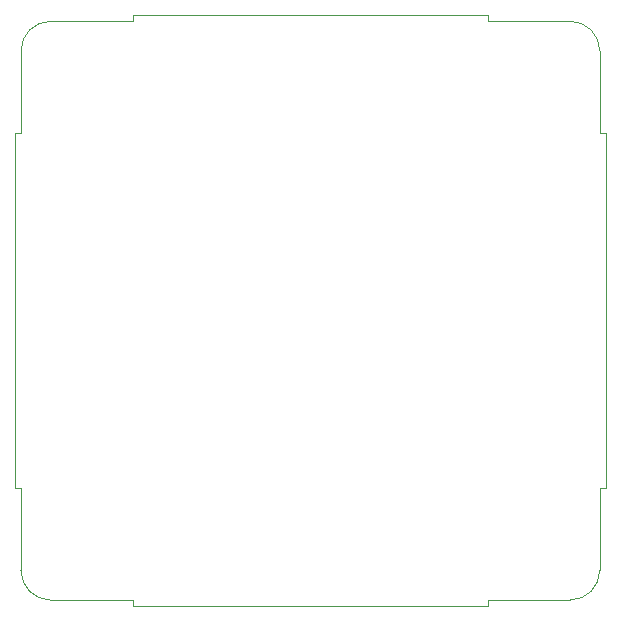
<source format=gbr>
G04 #@! TF.GenerationSoftware,KiCad,Pcbnew,5.1.5+dfsg1-2build2*
G04 #@! TF.CreationDate,2021-06-08T03:42:44+09:00*
G04 #@! TF.ProjectId,m5-pantilt,6d352d70-616e-4746-996c-742e6b696361,1*
G04 #@! TF.SameCoordinates,Original*
G04 #@! TF.FileFunction,Profile,NP*
%FSLAX46Y46*%
G04 Gerber Fmt 4.6, Leading zero omitted, Abs format (unit mm)*
G04 Created by KiCad (PCBNEW 5.1.5+dfsg1-2build2) date 2021-06-08 03:42:44*
%MOMM*%
%LPD*%
G04 APERTURE LIST*
%ADD10C,0.050000*%
G04 APERTURE END LIST*
D10*
X100000000Y-90000000D02*
X100000000Y-60000000D01*
X140000000Y-100000000D02*
X110000000Y-100000000D01*
X100500000Y-97000000D02*
X100500000Y-90000000D01*
X140000000Y-50000000D02*
X140000000Y-50500000D01*
X147000000Y-50500000D02*
G75*
G02X149500000Y-53000000I0J-2500000D01*
G01*
X100500000Y-53000000D02*
X100500000Y-60000000D01*
X100500000Y-53000000D02*
G75*
G02X103000000Y-50500000I2500000J0D01*
G01*
X149500000Y-60000000D02*
X150000000Y-60000000D01*
X149500000Y-90000000D02*
X150000000Y-90000000D01*
X110000000Y-50000000D02*
X140000000Y-50000000D01*
X147000000Y-50500000D02*
X140000000Y-50500000D01*
X103000000Y-50500000D02*
X110000000Y-50500000D01*
X103000000Y-99500000D02*
X110000000Y-99500000D01*
X103000000Y-99500000D02*
G75*
G02X100500000Y-97000000I0J2500000D01*
G01*
X140000000Y-99500000D02*
X140000000Y-100000000D01*
X150000000Y-60000000D02*
X150000000Y-90000000D01*
X149500000Y-97000000D02*
G75*
G02X147000000Y-99500000I-2500000J0D01*
G01*
X149500000Y-97000000D02*
X149500000Y-90000000D01*
X110000000Y-50000000D02*
X110000000Y-50500000D01*
X100500000Y-90000000D02*
X100000000Y-90000000D01*
X149500000Y-53000000D02*
X149500000Y-60000000D01*
X110000000Y-99500000D02*
X110000000Y-100000000D01*
X147000000Y-99500000D02*
X140000000Y-99500000D01*
X100000000Y-60000000D02*
X100500000Y-60000000D01*
M02*

</source>
